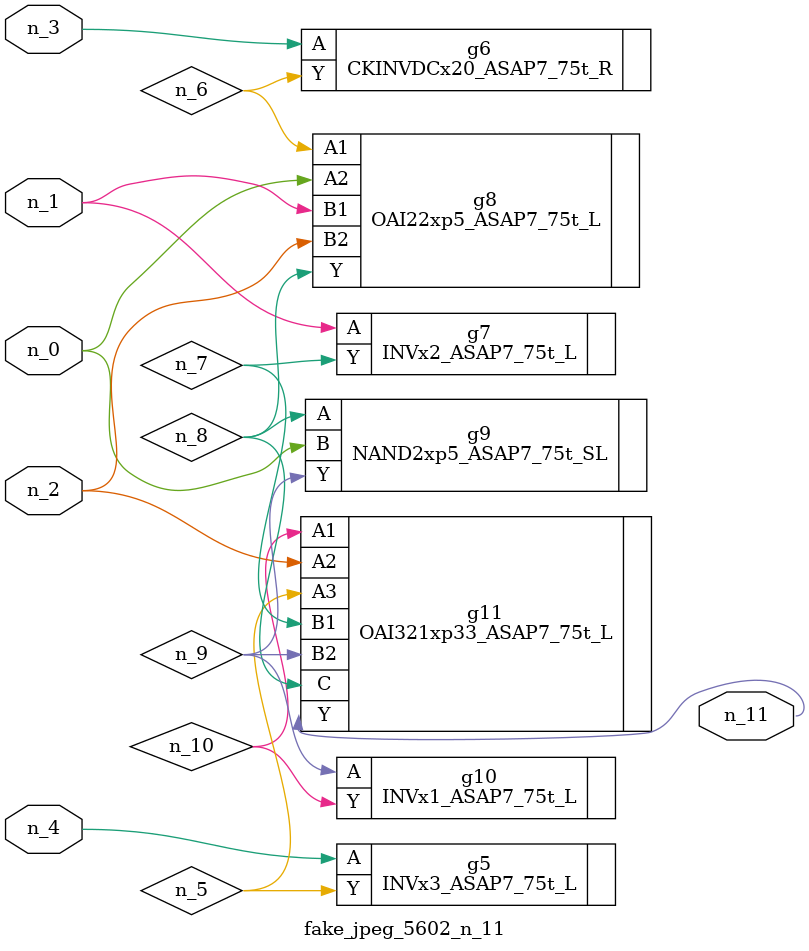
<source format=v>
module fake_jpeg_5602_n_11 (n_3, n_2, n_1, n_0, n_4, n_11);

input n_3;
input n_2;
input n_1;
input n_0;
input n_4;

output n_11;

wire n_10;
wire n_8;
wire n_9;
wire n_6;
wire n_5;
wire n_7;

INVx3_ASAP7_75t_L g5 ( 
.A(n_4),
.Y(n_5)
);

CKINVDCx20_ASAP7_75t_R g6 ( 
.A(n_3),
.Y(n_6)
);

INVx2_ASAP7_75t_L g7 ( 
.A(n_1),
.Y(n_7)
);

OAI22xp5_ASAP7_75t_L g8 ( 
.A1(n_6),
.A2(n_0),
.B1(n_1),
.B2(n_2),
.Y(n_8)
);

NAND2xp5_ASAP7_75t_SL g9 ( 
.A(n_8),
.B(n_0),
.Y(n_9)
);

INVx1_ASAP7_75t_L g10 ( 
.A(n_9),
.Y(n_10)
);

OAI321xp33_ASAP7_75t_L g11 ( 
.A1(n_10),
.A2(n_2),
.A3(n_5),
.B1(n_7),
.B2(n_9),
.C(n_8),
.Y(n_11)
);


endmodule
</source>
